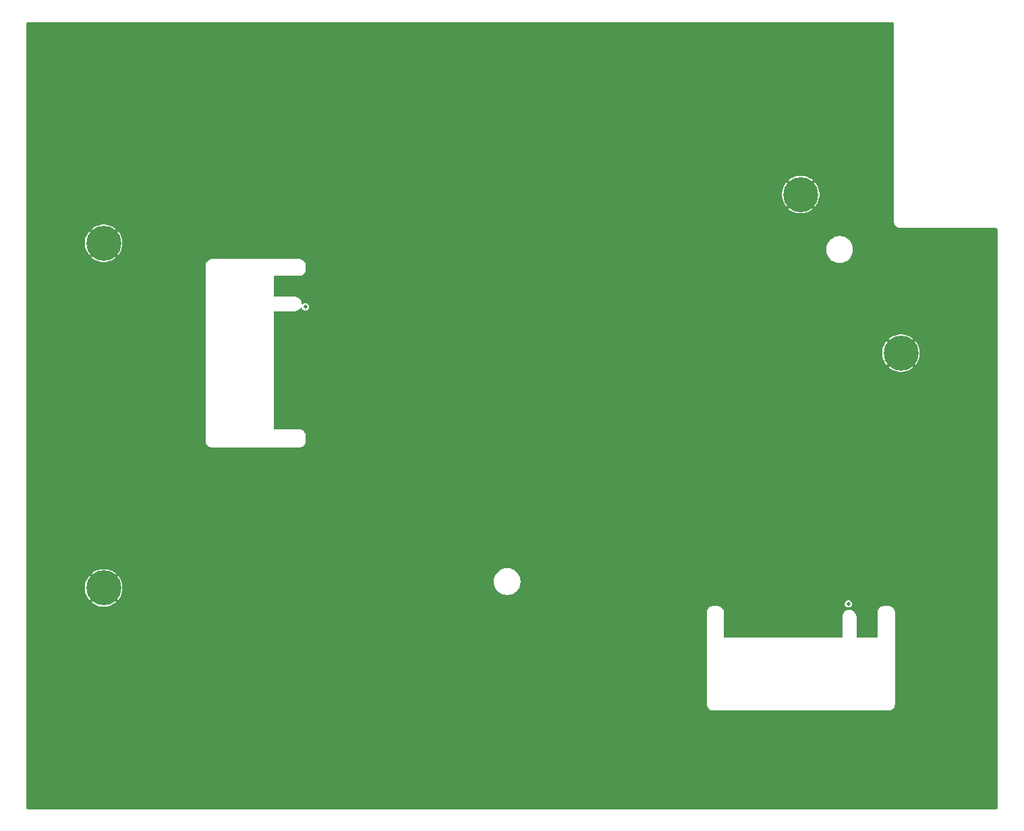
<source format=gbr>
%TF.GenerationSoftware,KiCad,Pcbnew,9.0.0*%
%TF.CreationDate,2025-04-28T14:42:44-04:00*%
%TF.ProjectId,Interposer_Board_IOCrest,496e7465-7270-46f7-9365-725f426f6172,rev?*%
%TF.SameCoordinates,Original*%
%TF.FileFunction,Copper,L3,Inr*%
%TF.FilePolarity,Positive*%
%FSLAX46Y46*%
G04 Gerber Fmt 4.6, Leading zero omitted, Abs format (unit mm)*
G04 Created by KiCad (PCBNEW 9.0.0) date 2025-04-28 14:42:44*
%MOMM*%
%LPD*%
G01*
G04 APERTURE LIST*
%TA.AperFunction,ComponentPad*%
%ADD10C,0.700000*%
%TD*%
%TA.AperFunction,ComponentPad*%
%ADD11C,4.400000*%
%TD*%
%TA.AperFunction,ViaPad*%
%ADD12C,0.508000*%
%TD*%
G04 APERTURE END LIST*
D10*
%TO.N,GND*%
%TO.C,H2*%
X165601100Y-42353600D03*
X166084374Y-41186874D03*
X166084374Y-43520326D03*
X167251100Y-40703600D03*
D11*
X167251100Y-42353600D03*
D10*
X167251100Y-44003600D03*
X168417826Y-41186874D03*
X168417826Y-43520326D03*
X168901100Y-42353600D03*
%TD*%
%TO.N,GND*%
%TO.C,H4*%
X78126100Y-91778600D03*
X78609374Y-90611874D03*
X78609374Y-92945326D03*
X79776100Y-90128600D03*
D11*
X79776100Y-91778600D03*
D10*
X79776100Y-93428600D03*
X80942826Y-90611874D03*
X80942826Y-92945326D03*
X81426100Y-91778600D03*
%TD*%
%TO.N,GND*%
%TO.C,H1*%
X178196100Y-62278600D03*
X178679374Y-61111874D03*
X178679374Y-63445326D03*
X179846100Y-60628600D03*
D11*
X179846100Y-62278600D03*
D10*
X179846100Y-63928600D03*
X181012826Y-61111874D03*
X181012826Y-63445326D03*
X181496100Y-62278600D03*
%TD*%
%TO.N,GND*%
%TO.C,H3*%
X78126100Y-48478600D03*
X78609374Y-47311874D03*
X78609374Y-49645326D03*
X79776100Y-46828600D03*
D11*
X79776100Y-48478600D03*
D10*
X79776100Y-50128600D03*
X80942826Y-47311874D03*
X80942826Y-49645326D03*
X81426100Y-48478600D03*
%TD*%
D12*
%TO.N,GND*%
X105776100Y-41878600D03*
X85776100Y-22128600D03*
X155776100Y-51878600D03*
X112026100Y-22128600D03*
X169246100Y-89668600D03*
X165776100Y-76878600D03*
X95776100Y-46878600D03*
X179526100Y-118878600D03*
X165776100Y-51878600D03*
X138280100Y-73502600D03*
X148066100Y-68428600D03*
X123191100Y-64983600D03*
X170966100Y-87088600D03*
X70776100Y-26378600D03*
X103276100Y-49378600D03*
X155296100Y-73518600D03*
X164628100Y-89240600D03*
X189361886Y-46964386D03*
X150776100Y-51878600D03*
X108276100Y-49378600D03*
X128276100Y-84378600D03*
X111191100Y-64983600D03*
X129191100Y-58983600D03*
X123276100Y-118878600D03*
X106641100Y-58983600D03*
X85776100Y-81878600D03*
X93276100Y-114378600D03*
X159138100Y-81620600D03*
X162776100Y-21378600D03*
X104526100Y-118878600D03*
X70776100Y-32378600D03*
X173276100Y-84378600D03*
X109191100Y-70983600D03*
X83276100Y-114378600D03*
X106641100Y-63483600D03*
X103276100Y-89378600D03*
X115776100Y-101878600D03*
X73276100Y-109378600D03*
X165194100Y-83416600D03*
X90776100Y-96878600D03*
X188276100Y-79378600D03*
X153276100Y-39378600D03*
X80776100Y-106878600D03*
X149756100Y-65878600D03*
X143276100Y-109378600D03*
X168276100Y-114378600D03*
X103276100Y-84378600D03*
X100776100Y-101878600D03*
X180776100Y-66878600D03*
X117191100Y-66483600D03*
X156310100Y-78792600D03*
X117191100Y-70983600D03*
X146974100Y-80076600D03*
X98276100Y-114378600D03*
X113191100Y-61983600D03*
X70776100Y-46378600D03*
X111191100Y-61983600D03*
X188276100Y-69378600D03*
X166526100Y-21378600D03*
X152956100Y-81798600D03*
X88276100Y-109378600D03*
X178276100Y-59378600D03*
X125191100Y-63483600D03*
X73276100Y-104378600D03*
X103276100Y-44378600D03*
X88276100Y-54378600D03*
X151526100Y-21378600D03*
X119191100Y-58983600D03*
X135191100Y-61983600D03*
X103276100Y-79378600D03*
X149640100Y-67862600D03*
X190776100Y-116378600D03*
X103276100Y-114378600D03*
X87776100Y-21378600D03*
X121191100Y-67983600D03*
X83276100Y-74378600D03*
X147084100Y-78046600D03*
X95276100Y-118128600D03*
X70776100Y-66378600D03*
X115776100Y-96878600D03*
X95776100Y-81878600D03*
X135776100Y-41878600D03*
X180776100Y-116378600D03*
X90776100Y-51878600D03*
X110776100Y-86878600D03*
X163276100Y-69378600D03*
X110776100Y-41878600D03*
X104091100Y-67983600D03*
X125191100Y-69483600D03*
X187361885Y-46964386D03*
X155776100Y-31878600D03*
X163896100Y-80018600D03*
X157418100Y-84140600D03*
X123191100Y-67983600D03*
X190776100Y-74378600D03*
X125776100Y-76878600D03*
X148276100Y-44378600D03*
X175776100Y-86878600D03*
X139191100Y-61983600D03*
X145514100Y-61636600D03*
X142522100Y-77744600D03*
X110776100Y-101878600D03*
X153276100Y-99378600D03*
X123276100Y-39378600D03*
X85776100Y-61878600D03*
X115776100Y-111878600D03*
X119191100Y-57483600D03*
X190776100Y-104378600D03*
X140776100Y-41878600D03*
X70776100Y-54378600D03*
X151542100Y-80384600D03*
X125776100Y-116378600D03*
X95776100Y-106878600D03*
X133276100Y-74378600D03*
X73276100Y-69378600D03*
X139036100Y-65758600D03*
X103276100Y-39378600D03*
X144998100Y-67480600D03*
X160026100Y-88868600D03*
X143276100Y-94378600D03*
X141644100Y-70486600D03*
X130776100Y-86878600D03*
X88276100Y-99378600D03*
X153276100Y-24378600D03*
X113276100Y-54378600D03*
X139191100Y-57483600D03*
X139694100Y-74916600D03*
X170276100Y-118128600D03*
X119526100Y-22128600D03*
X160776100Y-46878600D03*
X151326100Y-82288600D03*
X158276100Y-114378600D03*
X70776100Y-106378600D03*
X118276100Y-44378600D03*
X129191100Y-61983600D03*
X159810100Y-90772600D03*
X148276100Y-104378600D03*
X88276100Y-94378600D03*
X95776100Y-111878600D03*
X142732100Y-75834600D03*
X133276100Y-34378600D03*
X109191100Y-64983600D03*
X175776100Y-76878600D03*
X113276100Y-49378600D03*
X106641100Y-70983600D03*
X188276100Y-114378600D03*
X133191100Y-60483600D03*
X70776100Y-48378600D03*
X150488100Y-75100600D03*
X80776100Y-86878600D03*
X70776100Y-72378600D03*
X185776100Y-86878600D03*
X169246100Y-93428600D03*
X145350100Y-80572600D03*
X70776100Y-30378600D03*
X113191100Y-67983600D03*
X129191100Y-70983600D03*
X138276100Y-22128600D03*
X117191100Y-69483600D03*
X70776100Y-98378600D03*
X113276100Y-79378600D03*
X145776100Y-86878600D03*
X138276100Y-54378600D03*
X144026100Y-118128600D03*
X145776100Y-96878600D03*
X129191100Y-67983600D03*
X70776100Y-78378600D03*
X72526100Y-21378600D03*
X158276100Y-49378600D03*
X190776100Y-58378600D03*
X93276100Y-94378600D03*
X183276100Y-84378600D03*
X150776100Y-116378600D03*
X154044100Y-87146600D03*
X168276100Y-24378600D03*
X120776100Y-46878600D03*
X106641100Y-60483600D03*
X74526100Y-118878600D03*
X85776100Y-66878600D03*
X70776100Y-34378600D03*
X111191100Y-66483600D03*
X165776100Y-66878600D03*
X153882100Y-72104600D03*
X104091100Y-64983600D03*
X133276100Y-84378600D03*
X85776100Y-96878600D03*
X138276100Y-118878600D03*
X123276100Y-104378600D03*
X157724100Y-80206600D03*
X178276100Y-41378600D03*
X118276100Y-114378600D03*
X145776100Y-91878600D03*
X138276100Y-29378600D03*
X190776100Y-100378600D03*
X159378100Y-79740600D03*
X129191100Y-66483600D03*
X145398100Y-63620600D03*
X109191100Y-61983600D03*
X145776100Y-56878600D03*
X140776100Y-101878600D03*
X153316100Y-77928600D03*
X143276100Y-29378600D03*
X133276100Y-104378600D03*
X115776100Y-91878600D03*
X147826100Y-70308600D03*
X163276100Y-29378600D03*
X150776100Y-46878600D03*
X180776100Y-56878600D03*
X78276100Y-84378600D03*
X155276100Y-21378600D03*
X148276100Y-114378600D03*
X168276100Y-74378600D03*
X109191100Y-58983600D03*
X137186100Y-68148600D03*
X75776100Y-91878600D03*
X110776100Y-116378600D03*
X83276100Y-79378600D03*
X135191100Y-66483600D03*
X168276100Y-59378600D03*
X118276100Y-84378600D03*
X111191100Y-63483600D03*
X100776100Y-106878600D03*
X183276100Y-118878600D03*
X159026100Y-21378600D03*
X188276100Y-109378600D03*
X153276100Y-29378600D03*
X117191100Y-67983600D03*
X168276100Y-22128600D03*
X108276100Y-79378600D03*
X163276100Y-39378600D03*
X162366100Y-80588600D03*
X115191100Y-61983600D03*
X151006100Y-86228600D03*
X104091100Y-61983600D03*
X113191100Y-64983600D03*
X190776100Y-60378600D03*
X83276100Y-64378600D03*
X113276100Y-99378600D03*
X154730100Y-79342600D03*
X138276100Y-84378600D03*
X133191100Y-67983600D03*
X145886100Y-74728600D03*
X85776100Y-91878600D03*
X173276100Y-74378600D03*
X84026100Y-118128600D03*
X153834100Y-89056600D03*
X108276100Y-99378600D03*
X160776100Y-118878600D03*
X88276100Y-74378600D03*
X160776100Y-71878600D03*
X188276100Y-49378600D03*
X178276100Y-49378600D03*
X70776100Y-44378600D03*
X127191100Y-61983600D03*
X104091100Y-58983600D03*
X163276100Y-34378600D03*
X100776100Y-118878600D03*
X83276100Y-104378600D03*
X185776100Y-51878600D03*
X144472100Y-73314600D03*
X151054100Y-69276600D03*
X159026100Y-118128600D03*
X140776100Y-86878600D03*
X80776100Y-96878600D03*
X131191100Y-70983600D03*
X93276100Y-24378600D03*
X183276100Y-64378600D03*
X144692100Y-71414600D03*
X127191100Y-70983600D03*
X98276100Y-49378600D03*
X166246100Y-94728600D03*
X160776100Y-22128600D03*
X90776100Y-56878600D03*
X158612100Y-87454600D03*
X130776100Y-81878600D03*
X88276100Y-114378600D03*
X113276100Y-39378600D03*
X113191100Y-70983600D03*
X118276100Y-74378600D03*
X146928100Y-63050600D03*
X118276100Y-89378600D03*
X73276100Y-44378600D03*
X190776100Y-54378600D03*
X125191100Y-60483600D03*
X150348100Y-77070600D03*
X73276100Y-89378600D03*
X190776100Y-86378600D03*
X143276100Y-54378600D03*
X139191100Y-58983600D03*
X113276100Y-94378600D03*
X140776100Y-106878600D03*
X190776100Y-114378600D03*
X129191100Y-63483600D03*
X120776100Y-86878600D03*
X100776100Y-76878600D03*
X138276100Y-99378600D03*
X190776100Y-88378600D03*
X99026100Y-118128600D03*
X157198100Y-86040600D03*
X128276100Y-39378600D03*
X80776100Y-76878600D03*
X145776100Y-41878600D03*
X140996100Y-61358600D03*
X113276100Y-74378600D03*
X155776100Y-46878600D03*
X99026100Y-21378600D03*
X158746100Y-94728600D03*
X115191100Y-58983600D03*
X98276100Y-89378600D03*
X190776100Y-66378600D03*
X175776100Y-81878600D03*
X180776100Y-71878600D03*
X90776100Y-101878600D03*
X156710100Y-74932600D03*
X155776100Y-61878600D03*
X108276100Y-74378600D03*
X76526100Y-118128600D03*
X165776100Y-31878600D03*
X119526100Y-118878600D03*
X158276100Y-59378600D03*
X109191100Y-57483600D03*
X150776100Y-101878600D03*
X149074100Y-73686600D03*
X149912100Y-80874600D03*
X158276100Y-64378600D03*
X75776100Y-71878600D03*
X174026100Y-118128600D03*
X141864100Y-68586600D03*
X103276100Y-24378600D03*
X170776100Y-36878600D03*
X189026100Y-118128600D03*
X161440100Y-90282600D03*
X70776100Y-116378600D03*
X123276100Y-34378600D03*
X185776100Y-111878600D03*
X157026100Y-118878600D03*
X100776100Y-91878600D03*
X173276100Y-34378600D03*
X161756100Y-93428600D03*
X70776100Y-56378600D03*
X133276100Y-79378600D03*
X110776100Y-106878600D03*
X188276100Y-74378600D03*
X154370100Y-83212600D03*
X113276100Y-44378600D03*
X70776100Y-92378600D03*
X98276100Y-44378600D03*
X138816100Y-67658600D03*
X110776100Y-51878600D03*
X108276100Y-94378600D03*
X93276100Y-79378600D03*
X70776100Y-114378600D03*
X106641100Y-67983600D03*
X188276100Y-89378600D03*
X108276100Y-109378600D03*
X142026100Y-22128600D03*
X156982100Y-87944600D03*
X163276100Y-74378600D03*
X146812100Y-65034600D03*
X190776100Y-80378600D03*
X153276100Y-94378600D03*
X108276100Y-89378600D03*
X135191100Y-67983600D03*
X180776100Y-81878600D03*
X135776100Y-86878600D03*
X125191100Y-66483600D03*
X93276100Y-74428600D03*
X178276100Y-54378600D03*
X149526100Y-118878600D03*
X170776100Y-111878600D03*
X113191100Y-69483600D03*
X148276100Y-89378600D03*
X143058100Y-71900600D03*
X162482100Y-78604600D03*
X144026100Y-21378600D03*
X103276100Y-99378600D03*
X149480100Y-69842600D03*
X73276100Y-64378600D03*
X127191100Y-64983600D03*
X160776100Y-116378600D03*
X102776100Y-118128600D03*
X141108100Y-76330600D03*
X170756100Y-91158601D03*
X188276100Y-84378600D03*
X83276100Y-84378600D03*
X178276100Y-45378600D03*
X123191100Y-66483600D03*
X140776100Y-96878600D03*
X141428100Y-72390600D03*
X118276100Y-39378600D03*
X70776100Y-110378600D03*
X150776100Y-91878600D03*
X83276100Y-24378600D03*
X175776100Y-31878600D03*
X178276100Y-74378600D03*
X106641100Y-66483600D03*
X173276100Y-24378600D03*
X125191100Y-58983600D03*
X78276100Y-22128600D03*
X76526100Y-21378600D03*
X85776100Y-101878600D03*
X138276100Y-114378600D03*
X175776100Y-22128600D03*
X164746100Y-93198600D03*
X185776100Y-71878600D03*
X156144100Y-80756600D03*
X158286100Y-91388600D03*
X178276100Y-89378600D03*
X158276100Y-44378600D03*
X158124100Y-76346600D03*
X100776100Y-116378600D03*
X148498100Y-79460600D03*
X190776100Y-90378600D03*
X144256100Y-75218600D03*
X170776100Y-41878600D03*
X190776100Y-64378600D03*
X123276100Y-84378600D03*
X145776100Y-118878600D03*
X73276100Y-94378600D03*
X125776100Y-96878600D03*
X70776100Y-74378600D03*
X168276100Y-29378600D03*
X147660100Y-72272600D03*
X166608100Y-84830600D03*
X146652100Y-67014600D03*
X168276100Y-34378600D03*
X168276100Y-79378600D03*
X120776100Y-41878600D03*
X93276100Y-22128600D03*
X170776100Y-56878600D03*
X158832100Y-85554600D03*
X157558100Y-82170600D03*
X130776100Y-51878600D03*
X105776100Y-86878600D03*
X158276100Y-34378600D03*
X141156100Y-59378600D03*
X115191100Y-57483600D03*
X119191100Y-69483600D03*
X160246100Y-94728600D03*
X95776100Y-86878600D03*
X129191100Y-57483600D03*
X127191100Y-67983600D03*
X141318100Y-74420600D03*
X133191100Y-69483600D03*
X185776100Y-56878600D03*
X83276100Y-69378600D03*
X160552100Y-83034600D03*
X110776100Y-96878600D03*
X148714100Y-77556600D03*
X157026100Y-22128600D03*
X180776100Y-96878600D03*
X128276100Y-49378600D03*
X115191100Y-67983600D03*
X155776100Y-66878600D03*
X131191100Y-58983600D03*
X70776100Y-104378600D03*
X187026100Y-118878600D03*
X90776100Y-46878600D03*
X149802100Y-82904600D03*
X140776100Y-81878600D03*
X153276100Y-49378600D03*
X158276100Y-39378600D03*
X160776100Y-41878600D03*
X142170100Y-64652600D03*
X90776100Y-91878600D03*
X148276100Y-29378600D03*
X109191100Y-66483600D03*
X70776100Y-70378600D03*
X190776100Y-112378600D03*
X143984100Y-62206600D03*
X125776100Y-106878600D03*
X113191100Y-63483600D03*
X135776100Y-91878600D03*
X110776100Y-91878600D03*
X73276100Y-99378600D03*
X78276100Y-24378600D03*
X161966100Y-84448600D03*
X143276100Y-39378600D03*
X136526100Y-118128600D03*
X70776100Y-100378600D03*
X117191100Y-60483600D03*
X135191100Y-63483600D03*
X70776100Y-84378600D03*
X148276100Y-99378600D03*
X170276100Y-21378600D03*
X90776100Y-66878600D03*
X170776100Y-71878600D03*
X75776100Y-101878600D03*
X133276100Y-109378600D03*
X73276100Y-74378600D03*
X70776100Y-102378600D03*
X185361886Y-46964386D03*
X166448100Y-86810600D03*
X123276100Y-79378600D03*
X133276100Y-99378600D03*
X143584100Y-66066600D03*
X168022100Y-86244600D03*
X161660100Y-88382600D03*
X123191100Y-58983600D03*
X146246100Y-70858600D03*
X180776100Y-51878600D03*
X133276100Y-54378600D03*
X183276100Y-99378600D03*
X127191100Y-60483600D03*
X110776100Y-111878600D03*
X160792100Y-81154600D03*
X143278100Y-70000600D03*
X170756100Y-93158602D03*
X125776100Y-81878600D03*
X118276100Y-99378600D03*
X70776100Y-88378600D03*
X109191100Y-60483600D03*
X78276100Y-64378600D03*
X98276100Y-104378600D03*
X150776100Y-56878600D03*
X110276100Y-21378600D03*
X148276100Y-39378600D03*
X175776100Y-41878600D03*
X169246100Y-91668601D03*
X131191100Y-66483600D03*
X120776100Y-81878600D03*
X175776100Y-111878600D03*
X163276100Y-109378600D03*
X85776100Y-111878600D03*
X70776100Y-36378600D03*
X93276100Y-89378600D03*
X160776100Y-61878600D03*
X70776100Y-68378600D03*
X123276100Y-54378600D03*
X158396100Y-89358600D03*
X190776100Y-50378600D03*
X133191100Y-63483600D03*
X115776100Y-41878600D03*
X140230100Y-69072600D03*
X118276100Y-49378600D03*
X153276100Y-59378600D03*
X123191100Y-70983600D03*
X127191100Y-69483600D03*
X70776100Y-86378600D03*
X93276100Y-99378600D03*
X75776100Y-111878600D03*
X142004100Y-66616600D03*
X148388100Y-81490600D03*
X74526100Y-22128600D03*
X111191100Y-57483600D03*
X152740100Y-83702600D03*
X170776100Y-66878600D03*
X82026100Y-22128600D03*
X185776100Y-91878600D03*
X144832100Y-69444600D03*
X172246100Y-88628600D03*
X163074100Y-89796600D03*
X148276100Y-94378600D03*
X190776100Y-106378600D03*
X80776100Y-116378600D03*
X150776100Y-106878600D03*
X145776100Y-111878600D03*
X133276100Y-29378600D03*
X121191100Y-70983600D03*
X90776100Y-76878600D03*
X166526100Y-118128600D03*
X98276100Y-24378600D03*
X135191100Y-58983600D03*
X70776100Y-96378600D03*
X110776100Y-81878600D03*
X119191100Y-67983600D03*
X175776100Y-116378600D03*
X162206100Y-82568600D03*
X185776100Y-81878600D03*
X131191100Y-63483600D03*
X139191100Y-60483600D03*
X178276100Y-23378600D03*
X88276100Y-64378600D03*
X138276100Y-104378600D03*
X173276100Y-114378600D03*
X158276100Y-29378600D03*
X125776100Y-51878600D03*
X151170100Y-67292600D03*
X130776100Y-116378600D03*
X168276100Y-118878600D03*
X151902100Y-76514600D03*
X162854100Y-91696600D03*
X138276100Y-44378600D03*
X158076100Y-93298600D03*
X70776100Y-94378600D03*
X70776100Y-80378600D03*
X137191100Y-60483600D03*
X170776100Y-51878600D03*
X70776100Y-42378600D03*
X135776100Y-101878600D03*
X154590100Y-81312600D03*
X135776100Y-96878600D03*
X180776100Y-106878600D03*
X175776100Y-118878600D03*
X150128100Y-78970600D03*
X111191100Y-58983600D03*
X150894100Y-71256600D03*
X185776100Y-76878600D03*
X138276100Y-24378600D03*
X112026100Y-118878600D03*
X142842100Y-73804600D03*
X190776100Y-62378600D03*
X165776100Y-116378600D03*
X73276100Y-79378600D03*
X100776100Y-41878600D03*
X78276100Y-74378600D03*
X80276100Y-118128600D03*
X185776100Y-101878600D03*
X128276100Y-99378600D03*
X128276100Y-114378600D03*
X168276100Y-54378600D03*
X117776100Y-118128600D03*
X85776100Y-116378600D03*
X183361885Y-46964386D03*
X156550100Y-76912600D03*
X120776100Y-91878600D03*
X143824100Y-64186600D03*
X91526100Y-21378600D03*
X80276100Y-21378600D03*
X138276100Y-109378600D03*
X164746100Y-94728600D03*
X83276100Y-109378600D03*
X143276100Y-89378600D03*
X106526100Y-118128600D03*
X113276100Y-114378600D03*
X153722100Y-74084600D03*
X120776100Y-116378600D03*
X140276100Y-21378600D03*
X190776100Y-108378600D03*
X117191100Y-57483600D03*
X98276100Y-94378600D03*
X125276100Y-21378600D03*
X91526100Y-118128600D03*
X75776100Y-61878600D03*
X188276100Y-59378600D03*
X160246100Y-86968600D03*
X70776100Y-28378600D03*
X158276100Y-24378600D03*
X178276100Y-39378600D03*
X173276100Y-44378600D03*
X115776100Y-51878600D03*
X140450100Y-67172600D03*
X120776100Y-96878600D03*
X115776100Y-81878600D03*
X93276100Y-44378600D03*
X175776100Y-51878600D03*
X75776100Y-96878600D03*
X121191100Y-64983600D03*
X100776100Y-86878600D03*
X178276100Y-27378600D03*
X85776100Y-56878600D03*
X133276100Y-89378600D03*
X88276100Y-79378600D03*
X78276100Y-79378600D03*
X83276100Y-94378600D03*
X150654100Y-73136600D03*
X179361885Y-46964386D03*
X163620100Y-83982600D03*
X165776100Y-61878600D03*
X121191100Y-60483600D03*
X165776100Y-111878600D03*
X148276100Y-109378600D03*
X123276100Y-99378600D03*
X111191100Y-69483600D03*
X90776100Y-81878600D03*
X125776100Y-111878600D03*
X153276100Y-44378600D03*
X75776100Y-66878600D03*
X111191100Y-67983600D03*
X147300100Y-76142600D03*
X136866100Y-72088600D03*
X118276100Y-94378600D03*
X113191100Y-58983600D03*
X190776100Y-84378600D03*
X102776100Y-21378600D03*
X149592100Y-84814600D03*
X175776100Y-26878600D03*
X103276100Y-109378600D03*
X175776100Y-36878600D03*
X156872100Y-89974600D03*
X190776100Y-82378600D03*
X85776100Y-118878600D03*
X181526100Y-118128600D03*
X83276100Y-44378600D03*
X138276100Y-34378600D03*
X123276100Y-22128600D03*
X185776100Y-96878600D03*
X70776100Y-38378600D03*
X114026100Y-21378600D03*
X78276100Y-114378600D03*
X73276100Y-39378600D03*
X153276100Y-109378600D03*
X115776100Y-22128600D03*
X93276100Y-109378600D03*
X168276100Y-49378600D03*
X133276100Y-49378600D03*
X190776100Y-70378600D03*
X165034100Y-85396600D03*
X140276100Y-118128600D03*
X133276100Y-114378600D03*
X161800100Y-86412600D03*
X166246100Y-92648600D03*
X166208100Y-88690600D03*
X138276100Y-39378600D03*
X152420100Y-87642600D03*
X143276100Y-99378600D03*
X150776100Y-96878600D03*
X73276100Y-59378600D03*
X155776100Y-41878600D03*
X98276100Y-99378600D03*
X145776100Y-22128600D03*
X90776100Y-41878600D03*
X172246100Y-92628602D03*
X190776100Y-102378600D03*
X135191100Y-60483600D03*
X119191100Y-66483600D03*
X173276100Y-109378600D03*
X163276100Y-44378600D03*
X114026100Y-118128600D03*
X133276100Y-24378600D03*
X160776100Y-56878600D03*
X115191100Y-69483600D03*
X178276100Y-79378600D03*
X190776100Y-94378600D03*
X155276100Y-118128600D03*
X168276100Y-64378600D03*
X145670100Y-76632600D03*
X105776100Y-96878600D03*
X133191100Y-64983600D03*
X70776100Y-58378600D03*
X143276100Y-34378600D03*
X135191100Y-64983600D03*
X163276100Y-49378600D03*
X140590100Y-65202600D03*
X163246100Y-94728600D03*
X137191100Y-58983600D03*
X105776100Y-76878600D03*
X143276100Y-49378600D03*
X190776100Y-48378600D03*
X133191100Y-66483600D03*
X104091100Y-70983600D03*
X134526100Y-22128600D03*
X170776100Y-46878600D03*
X150776100Y-41878600D03*
X169246100Y-94728600D03*
X118276100Y-79378600D03*
X118276100Y-109378600D03*
X161224100Y-92186600D03*
X128276100Y-54378600D03*
X150776100Y-31878600D03*
X190776100Y-72378600D03*
X140776100Y-46878600D03*
X145560100Y-78662600D03*
X167862100Y-88224600D03*
X143276100Y-44378600D03*
X162776100Y-118128600D03*
X125191100Y-57483600D03*
X168138100Y-84260600D03*
X133276100Y-39378600D03*
X133191100Y-58983600D03*
X131191100Y-64983600D03*
X159700100Y-92802600D03*
X185776100Y-66878600D03*
X115191100Y-63483600D03*
X115776100Y-76878600D03*
X178276100Y-37378600D03*
X148276100Y-34378600D03*
X137191100Y-66483600D03*
X83276100Y-49378600D03*
X148178100Y-83400600D03*
X163276100Y-24378600D03*
X75776100Y-81878600D03*
X157964100Y-78326600D03*
X90776100Y-111878600D03*
X148934100Y-75656600D03*
X115776100Y-46878600D03*
X190776100Y-96378600D03*
X133191100Y-70983600D03*
X80776100Y-71878600D03*
X104091100Y-66483600D03*
X146106100Y-72828600D03*
X98276100Y-109378600D03*
X137191100Y-63483600D03*
X80776100Y-111878600D03*
X158972100Y-83584600D03*
X160776100Y-66878600D03*
X70776100Y-64378600D03*
X170776100Y-61878600D03*
X85776100Y-51878600D03*
X135776100Y-76878600D03*
X130776100Y-111878600D03*
X98276100Y-84378600D03*
X117191100Y-61983600D03*
X90776100Y-106878600D03*
X75776100Y-86878600D03*
X105776100Y-51878600D03*
X154154100Y-85116600D03*
X125191100Y-70983600D03*
X117191100Y-63483600D03*
X143276100Y-104378600D03*
X155412100Y-71534600D03*
X190776100Y-68378600D03*
X78276100Y-109378600D03*
X170776100Y-31878600D03*
X121191100Y-57483600D03*
X113276100Y-84378600D03*
X128276100Y-89378600D03*
X144146100Y-77248600D03*
X170776100Y-116378600D03*
X117776100Y-21378600D03*
X85776100Y-106878600D03*
X119191100Y-60483600D03*
X149526100Y-22128600D03*
X151216100Y-84318600D03*
X148276100Y-24378600D03*
X142570100Y-60792600D03*
X118276100Y-104378600D03*
X83276100Y-99378600D03*
X90776100Y-86878600D03*
X118276100Y-54378600D03*
X123276100Y-49378600D03*
X147776100Y-21378600D03*
X103276100Y-104378600D03*
X158276100Y-54378600D03*
X136526100Y-21378600D03*
X113276100Y-89378600D03*
X104091100Y-60483600D03*
X178276100Y-35378600D03*
X111191100Y-70983600D03*
X95776100Y-116378600D03*
X135776100Y-116378600D03*
X128276100Y-44378600D03*
X88276100Y-59378600D03*
X127026100Y-118878600D03*
X121191100Y-66483600D03*
X178276100Y-109378600D03*
X139176100Y-63788600D03*
X125776100Y-91878600D03*
X140776100Y-91878600D03*
X134526100Y-118878600D03*
X103276100Y-94378600D03*
X180776100Y-91878600D03*
X183276100Y-59378600D03*
X139904100Y-73006600D03*
X174026100Y-21378600D03*
X121191100Y-63483600D03*
X180776100Y-111878600D03*
X153276100Y-54378600D03*
X78276100Y-104378600D03*
X151526100Y-118128600D03*
X127191100Y-66483600D03*
X178276100Y-25378600D03*
X90776100Y-71878600D03*
X170756100Y-89158600D03*
X170776100Y-76878600D03*
X173276100Y-69378600D03*
X115776100Y-86878600D03*
X133191100Y-57483600D03*
X167746100Y-93428600D03*
X70776100Y-60378600D03*
X78276100Y-69378600D03*
X142686100Y-58808600D03*
X121526100Y-21378600D03*
X93276100Y-104378600D03*
X123276100Y-44378600D03*
X168276100Y-69378600D03*
X175776100Y-46878600D03*
X178276100Y-43378600D03*
X85776100Y-86878600D03*
X108276100Y-39378600D03*
X120776100Y-51878600D03*
X108276100Y-104378600D03*
X127191100Y-58983600D03*
X185776100Y-116378600D03*
X78276100Y-59378600D03*
X73276100Y-24378600D03*
X123276100Y-74378600D03*
X160952100Y-79174600D03*
X180776100Y-86878600D03*
X83276100Y-59378600D03*
X130776100Y-41878600D03*
X170756100Y-94728600D03*
X123191100Y-69483600D03*
X97026100Y-118878600D03*
X113191100Y-57483600D03*
X130776100Y-22128600D03*
X95776100Y-41878600D03*
X108276100Y-118878600D03*
X143418100Y-68030600D03*
X135191100Y-69483600D03*
X135776100Y-46878600D03*
X163276100Y-59378600D03*
X143936100Y-79158600D03*
X129026100Y-21378600D03*
X105776100Y-81878600D03*
X113276100Y-109378600D03*
X173276100Y-59378600D03*
X130776100Y-96878600D03*
X143276100Y-114378600D03*
X129191100Y-60483600D03*
X172026100Y-22128600D03*
X88276100Y-44378600D03*
X178276100Y-31378600D03*
X115191100Y-70983600D03*
X83276100Y-89378600D03*
X105776100Y-46878600D03*
X133191100Y-61983600D03*
X110276100Y-118128600D03*
X152630100Y-85732600D03*
X123191100Y-61983600D03*
X165776100Y-26878600D03*
X183276100Y-109378600D03*
X106641100Y-61983600D03*
X73276100Y-34378600D03*
X131191100Y-61983600D03*
X183276100Y-74378600D03*
X82026100Y-118878600D03*
X131191100Y-60483600D03*
X163276100Y-54378600D03*
X145776100Y-51878600D03*
X183276100Y-89378600D03*
X183276100Y-104378600D03*
X172246100Y-94728600D03*
X135191100Y-70983600D03*
X113191100Y-66483600D03*
X147776100Y-118128600D03*
X109191100Y-63483600D03*
X80776100Y-56878600D03*
X70776100Y-52378600D03*
X123276100Y-89378600D03*
X123276100Y-109378600D03*
X165310100Y-81432600D03*
X140776100Y-111878600D03*
X88276100Y-24378600D03*
X175776100Y-91878600D03*
X105776100Y-116378600D03*
X164526100Y-118878600D03*
X130776100Y-46878600D03*
X135776100Y-51878600D03*
X158240100Y-74362600D03*
X155776100Y-111878600D03*
X121191100Y-69483600D03*
X152308100Y-72670600D03*
X183276100Y-69378600D03*
X173276100Y-39378600D03*
X80776100Y-66878600D03*
X109191100Y-69483600D03*
X121526100Y-118128600D03*
X178276100Y-69378600D03*
X173276100Y-54378600D03*
X175776100Y-66878600D03*
X98276100Y-74428600D03*
X155568100Y-86530600D03*
X166724100Y-82846600D03*
X130776100Y-118878600D03*
X177776100Y-21378600D03*
X155776100Y-116378600D03*
X113191100Y-60483600D03*
X160776100Y-51878600D03*
X141191100Y-57483600D03*
X155458100Y-88560600D03*
X140776100Y-51878600D03*
X129191100Y-69483600D03*
X158276100Y-69378600D03*
X160776100Y-111878600D03*
X95776100Y-101878600D03*
X105776100Y-111878600D03*
X85776100Y-71878600D03*
X73276100Y-114378600D03*
X140014100Y-70976600D03*
X104091100Y-69483600D03*
X140776100Y-31878600D03*
X153998100Y-70120600D03*
X119191100Y-64983600D03*
X98276100Y-79378600D03*
X88276100Y-84378600D03*
X177776100Y-118128600D03*
X98276100Y-39378600D03*
X138276100Y-49378600D03*
X183276100Y-79378600D03*
X103276100Y-74428600D03*
X104091100Y-63483600D03*
X190776100Y-56378600D03*
X93276100Y-118878600D03*
X131191100Y-57483600D03*
X170776100Y-26878600D03*
X115191100Y-60483600D03*
X135776100Y-31878600D03*
X142026100Y-118878600D03*
X78276100Y-99378600D03*
X90776100Y-116378600D03*
X125191100Y-64983600D03*
X131191100Y-67983600D03*
X100776100Y-81878600D03*
X149240100Y-71722600D03*
X128276100Y-74378600D03*
X129026100Y-118128600D03*
X104091100Y-57483600D03*
X125276100Y-118128600D03*
X115776100Y-118878600D03*
X85776100Y-76878600D03*
X127026100Y-22128600D03*
X159538100Y-77760600D03*
X167746100Y-94728600D03*
X125191100Y-67983600D03*
X70776100Y-62378600D03*
X169436100Y-87658600D03*
X125776100Y-41878600D03*
X90776100Y-61878600D03*
X163214100Y-87826600D03*
X80776100Y-81878600D03*
X161068100Y-77190600D03*
X145776100Y-31878600D03*
X163780100Y-82002600D03*
X117191100Y-58983600D03*
X137076100Y-70178600D03*
X135191100Y-57483600D03*
X130776100Y-101878600D03*
X105776100Y-101878600D03*
X123276100Y-114378600D03*
X130776100Y-106878600D03*
X138276100Y-79378600D03*
X153482100Y-75964600D03*
X106641100Y-69483600D03*
X95776100Y-76878600D03*
X113276100Y-104378600D03*
X80776100Y-61878600D03*
X120776100Y-111878600D03*
X70776100Y-118878600D03*
X118276100Y-24378600D03*
X154896100Y-77378600D03*
X150776100Y-111878600D03*
X188276100Y-99378600D03*
X153176100Y-79898600D03*
X115776100Y-116378600D03*
X95276100Y-21378600D03*
X138276100Y-89378600D03*
X178276100Y-33378600D03*
X108276100Y-22128600D03*
X190776100Y-52378600D03*
X137191100Y-57483600D03*
X128276100Y-79378600D03*
X133276100Y-44378600D03*
X120776100Y-76878600D03*
X123276100Y-94378600D03*
X138600100Y-69562600D03*
X164488100Y-91210600D03*
X123276100Y-24378600D03*
X143276100Y-84378600D03*
X88276100Y-104378600D03*
X108276100Y-44378600D03*
X85776100Y-46878600D03*
X138276100Y-94378600D03*
X155136100Y-75498600D03*
X190776100Y-118878600D03*
X100776100Y-96878600D03*
X113276100Y-24378600D03*
X185776100Y-61878600D03*
X70776100Y-22128600D03*
X137191100Y-64983600D03*
X78276100Y-44378600D03*
X164794100Y-87276600D03*
X175776100Y-56878600D03*
X135776100Y-81878600D03*
X175776100Y-71878600D03*
X115191100Y-66483600D03*
X127191100Y-57483600D03*
X128276100Y-24378600D03*
X153276100Y-34378600D03*
X123191100Y-60483600D03*
X153276100Y-64378600D03*
X185276100Y-118128600D03*
X153276100Y-114378600D03*
X73276100Y-54378600D03*
X163246100Y-93428600D03*
X168276100Y-109378600D03*
X148276100Y-49378600D03*
X100776100Y-22128600D03*
X155776100Y-56878600D03*
X85776100Y-41878600D03*
X128276100Y-104378600D03*
X188276100Y-94378600D03*
X137191100Y-61983600D03*
X146412100Y-68894600D03*
X72526100Y-118128600D03*
X185776100Y-106878600D03*
X183276100Y-114378600D03*
X153276100Y-22128600D03*
X73276100Y-49378600D03*
X163276100Y-64378600D03*
X155784100Y-84626600D03*
X128276100Y-94378600D03*
X106641100Y-57483600D03*
X110776100Y-76878600D03*
X160776100Y-31878600D03*
X178276100Y-114378600D03*
X88276100Y-69378600D03*
X190776100Y-98378600D03*
X183276100Y-94378600D03*
X130776100Y-76878600D03*
X121191100Y-58983600D03*
X165776100Y-71878600D03*
X188276100Y-64378600D03*
X172246100Y-90628601D03*
X181361886Y-46964386D03*
X80776100Y-101878600D03*
X105776100Y-106878600D03*
X159654100Y-75776600D03*
X145776100Y-106878600D03*
X135776100Y-111878600D03*
X75776100Y-76878600D03*
X172026100Y-118878600D03*
X148226100Y-66448600D03*
X115191100Y-64983600D03*
X170776100Y-81878600D03*
X108276100Y-24378600D03*
X93276100Y-49378600D03*
X166042100Y-90654600D03*
X117191100Y-64983600D03*
X163276100Y-114378600D03*
X180776100Y-101878600D03*
X108276100Y-84378600D03*
X121191100Y-61983600D03*
X75776100Y-56878600D03*
X125776100Y-46878600D03*
X153276100Y-118878600D03*
X88276100Y-49378600D03*
X70776100Y-82378600D03*
X132776100Y-118128600D03*
X160386100Y-84998600D03*
X73276100Y-29378600D03*
X80776100Y-51878600D03*
X180776100Y-76878600D03*
X142410100Y-62772600D03*
X93276100Y-84378600D03*
X105776100Y-91878600D03*
X190776100Y-76378600D03*
X163380100Y-85862600D03*
X148276100Y-59378600D03*
X160776100Y-26878600D03*
X78276100Y-54378600D03*
X127191100Y-63483600D03*
X120776100Y-101878600D03*
X156662100Y-91884600D03*
X133276100Y-94378600D03*
X148342100Y-64464600D03*
X89526100Y-22128600D03*
X128276100Y-34378600D03*
X111191100Y-60483600D03*
X190776100Y-92378600D03*
X84026100Y-21378600D03*
X108276100Y-114378600D03*
X100776100Y-111878600D03*
X106641100Y-64983600D03*
X152068100Y-74550600D03*
X145776100Y-101878600D03*
X167622100Y-90104600D03*
X109191100Y-67983600D03*
X119191100Y-70983600D03*
X151762100Y-78484600D03*
X75776100Y-46878600D03*
X125776100Y-86878600D03*
X167746100Y-92108600D03*
X183276100Y-54378600D03*
X70776100Y-112378600D03*
X150776100Y-61878600D03*
X165776100Y-56878600D03*
X161756100Y-94728600D03*
X156826100Y-72948600D03*
X178276100Y-84378600D03*
X89526100Y-118878600D03*
X145776100Y-116378600D03*
X100776100Y-46878600D03*
X153276100Y-104378600D03*
X119191100Y-61983600D03*
X175776100Y-61878600D03*
X173276100Y-29378600D03*
X95776100Y-96878600D03*
X140756100Y-63238600D03*
X190776100Y-110378600D03*
X128276100Y-109378600D03*
X148276100Y-54378600D03*
X164526100Y-22128600D03*
X188276100Y-54378600D03*
X125191100Y-61983600D03*
X93276100Y-39378600D03*
X70776100Y-40378600D03*
X108276100Y-54378600D03*
X146764100Y-81986600D03*
X123191100Y-63483600D03*
X129191100Y-64983600D03*
X70776100Y-90378600D03*
X165776100Y-46878600D03*
X173276100Y-64378600D03*
X78276100Y-118878600D03*
X106526100Y-21378600D03*
X132776100Y-21378600D03*
X95776100Y-91878600D03*
X87776100Y-118128600D03*
X115776100Y-106878600D03*
X145776100Y-46878600D03*
X144100100Y-60222600D03*
X104526100Y-22128600D03*
X120776100Y-106878600D03*
X183276100Y-49378600D03*
X75776100Y-116378600D03*
X169552100Y-85674600D03*
X190776100Y-78378600D03*
X147520100Y-74242600D03*
X70776100Y-24378600D03*
X158276100Y-109378600D03*
X110776100Y-46878600D03*
X152584100Y-68706600D03*
X119191100Y-63483600D03*
X188276100Y-104378600D03*
X75776100Y-106878600D03*
X140776100Y-116378600D03*
X135776100Y-106878600D03*
X88276100Y-89378600D03*
X123191100Y-57483600D03*
X70776100Y-108378600D03*
X70776100Y-76378600D03*
X75776100Y-51878600D03*
X125776100Y-101878600D03*
X152468100Y-70690600D03*
X70776100Y-50378600D03*
X178276100Y-29378600D03*
X73276100Y-84378600D03*
X155248100Y-90470600D03*
X143276100Y-24378600D03*
X145238100Y-65600600D03*
X138490100Y-71592600D03*
X173276100Y-79378600D03*
X156004100Y-82726600D03*
X83276100Y-54378600D03*
X97026100Y-22128600D03*
X131191100Y-69483600D03*
%TO.N,/PERST#*%
X105091100Y-56483600D03*
X173246100Y-93768600D03*
%TD*%
%TA.AperFunction,Conductor*%
%TO.N,GND*%
G36*
X178695401Y-20679101D02*
G01*
X178703505Y-20679101D01*
X178743185Y-20679101D01*
X178758922Y-20680339D01*
X178804735Y-20687596D01*
X178834667Y-20697321D01*
X178868859Y-20714742D01*
X178894324Y-20733243D01*
X178921456Y-20760375D01*
X178939957Y-20785840D01*
X178957378Y-20820032D01*
X178967103Y-20849963D01*
X178969332Y-20864034D01*
X178972890Y-20886499D01*
X178974361Y-20895782D01*
X178975600Y-20911521D01*
X178975600Y-45730997D01*
X178975599Y-45731004D01*
X178975599Y-45778598D01*
X178975600Y-45778598D01*
X178975600Y-45857440D01*
X179006363Y-46012098D01*
X179066704Y-46157774D01*
X179066705Y-46157777D01*
X179066706Y-46157778D01*
X179154311Y-46288888D01*
X179265811Y-46400388D01*
X179396921Y-46487993D01*
X179542603Y-46548337D01*
X179697258Y-46579100D01*
X179736538Y-46579100D01*
X191728505Y-46579100D01*
X191768180Y-46579100D01*
X191783916Y-46580338D01*
X191791297Y-46581506D01*
X191822013Y-46586371D01*
X191851945Y-46596097D01*
X191879166Y-46609967D01*
X191904629Y-46628467D01*
X191926232Y-46650070D01*
X191944732Y-46675533D01*
X191958601Y-46702752D01*
X191968327Y-46732686D01*
X191974361Y-46770782D01*
X191975600Y-46786520D01*
X191975600Y-119370679D01*
X191974361Y-119386414D01*
X191974361Y-119386417D01*
X191968327Y-119424513D01*
X191958601Y-119454447D01*
X191944732Y-119481666D01*
X191926232Y-119507129D01*
X191904629Y-119528732D01*
X191879166Y-119547232D01*
X191851947Y-119561101D01*
X191822013Y-119570827D01*
X191783918Y-119576861D01*
X191768180Y-119578100D01*
X70284020Y-119578100D01*
X70268282Y-119576861D01*
X70230186Y-119570827D01*
X70200252Y-119561101D01*
X70173033Y-119547232D01*
X70147570Y-119528732D01*
X70125967Y-119507129D01*
X70107467Y-119481666D01*
X70093598Y-119454447D01*
X70083871Y-119424510D01*
X70077838Y-119386414D01*
X70076600Y-119370679D01*
X70076600Y-94774758D01*
X155450599Y-94774758D01*
X155450599Y-94814038D01*
X155450600Y-106306004D01*
X155450600Y-106432440D01*
X155481363Y-106587098D01*
X155541704Y-106732774D01*
X155541705Y-106732777D01*
X155541706Y-106732778D01*
X155629311Y-106863888D01*
X155740811Y-106975388D01*
X155871921Y-107062993D01*
X156017603Y-107123337D01*
X156172258Y-107154100D01*
X156172259Y-107154100D01*
X178379941Y-107154100D01*
X178379942Y-107154100D01*
X178534597Y-107123337D01*
X178680279Y-107062993D01*
X178811389Y-106975388D01*
X178922889Y-106863888D01*
X179010494Y-106732778D01*
X179070837Y-106587096D01*
X179101600Y-106432441D01*
X179101600Y-106353598D01*
X179101600Y-106306004D01*
X179101601Y-94814038D01*
X179101600Y-94814034D01*
X179101600Y-94774758D01*
X179070837Y-94620103D01*
X179010494Y-94474421D01*
X178922889Y-94343311D01*
X178811389Y-94231811D01*
X178680279Y-94144206D01*
X178680280Y-94144206D01*
X178680278Y-94144205D01*
X178680275Y-94144204D01*
X178534599Y-94083863D01*
X178431493Y-94063354D01*
X178379942Y-94053100D01*
X178340662Y-94053100D01*
X178090662Y-94053100D01*
X177748695Y-94053100D01*
X177701100Y-94053100D01*
X177622258Y-94053100D01*
X177583594Y-94060790D01*
X177467600Y-94083863D01*
X177321924Y-94144204D01*
X177321921Y-94144205D01*
X177190809Y-94231812D01*
X177079312Y-94343309D01*
X176991705Y-94474421D01*
X176991704Y-94474424D01*
X176931363Y-94620100D01*
X176900600Y-94774758D01*
X176900600Y-97952500D01*
X176881387Y-98011631D01*
X176831087Y-98048176D01*
X176800000Y-98053100D01*
X174377200Y-98053100D01*
X174318069Y-98033887D01*
X174281524Y-97983587D01*
X174276600Y-97952500D01*
X174276600Y-95364909D01*
X174275832Y-95361049D01*
X174241994Y-95190934D01*
X174174113Y-95027053D01*
X174075564Y-94879565D01*
X173950135Y-94754136D01*
X173950133Y-94754134D01*
X173857442Y-94692200D01*
X173802647Y-94655587D01*
X173802644Y-94655585D01*
X173802643Y-94655585D01*
X173638768Y-94587706D01*
X173522782Y-94564635D01*
X173464791Y-94553100D01*
X173423695Y-94553100D01*
X173376100Y-94553100D01*
X173287409Y-94553100D01*
X173243915Y-94561751D01*
X173113431Y-94587706D01*
X172949556Y-94655585D01*
X172802066Y-94754134D01*
X172802065Y-94754136D01*
X172676636Y-94879565D01*
X172676634Y-94879566D01*
X172578085Y-95027056D01*
X172510206Y-95190931D01*
X172475600Y-95364909D01*
X172475600Y-97952500D01*
X172456387Y-98011631D01*
X172406087Y-98048176D01*
X172375000Y-98053100D01*
X157702200Y-98053100D01*
X157643069Y-98033887D01*
X157606524Y-97983587D01*
X157601600Y-97952500D01*
X157601600Y-94774758D01*
X157597498Y-94754134D01*
X157570837Y-94620103D01*
X157510494Y-94474421D01*
X157422889Y-94343311D01*
X157311389Y-94231811D01*
X157180279Y-94144206D01*
X157180280Y-94144206D01*
X157180278Y-94144205D01*
X157180275Y-94144204D01*
X157034599Y-94083863D01*
X156931493Y-94063354D01*
X156879942Y-94053100D01*
X156879941Y-94053100D01*
X156292771Y-94053100D01*
X156292768Y-94053099D01*
X156251100Y-94053099D01*
X156172258Y-94053099D01*
X156133594Y-94060789D01*
X156017600Y-94083862D01*
X155871924Y-94144203D01*
X155871921Y-94144204D01*
X155740809Y-94231811D01*
X155629311Y-94343309D01*
X155541704Y-94474421D01*
X155541703Y-94474424D01*
X155481362Y-94620100D01*
X155450599Y-94774758D01*
X70076600Y-94774758D01*
X70076600Y-91624414D01*
X77423700Y-91624414D01*
X77423700Y-91932785D01*
X77463950Y-92238513D01*
X77463953Y-92238527D01*
X77543761Y-92536377D01*
X77543762Y-92536379D01*
X77661769Y-92821271D01*
X77815951Y-93088323D01*
X77990896Y-93316315D01*
X78884442Y-92422769D01*
X78937067Y-92495202D01*
X79059498Y-92617633D01*
X79131929Y-92670256D01*
X78238383Y-93563802D01*
X78466376Y-93738748D01*
X78733428Y-93892930D01*
X79018320Y-94010937D01*
X79018322Y-94010938D01*
X79316172Y-94090746D01*
X79316186Y-94090749D01*
X79621915Y-94131000D01*
X79930285Y-94131000D01*
X80236013Y-94090749D01*
X80236027Y-94090746D01*
X80533877Y-94010938D01*
X80533879Y-94010937D01*
X80818771Y-93892930D01*
X81085823Y-93738748D01*
X81124580Y-93709009D01*
X172793500Y-93709009D01*
X172793500Y-93828190D01*
X172824342Y-93943293D01*
X172824344Y-93943298D01*
X172883930Y-94046503D01*
X172968196Y-94130769D01*
X172968195Y-94130769D01*
X172991464Y-94144203D01*
X173071403Y-94190356D01*
X173071404Y-94190356D01*
X173071406Y-94190357D01*
X173186509Y-94221199D01*
X173186511Y-94221199D01*
X173186514Y-94221200D01*
X173186516Y-94221200D01*
X173305684Y-94221200D01*
X173305686Y-94221200D01*
X173420797Y-94190356D01*
X173524003Y-94130770D01*
X173608270Y-94046503D01*
X173667856Y-93943297D01*
X173698700Y-93828186D01*
X173698700Y-93709014D01*
X173667856Y-93593903D01*
X173608270Y-93490697D01*
X173524003Y-93406430D01*
X173524004Y-93406430D01*
X173420798Y-93346844D01*
X173420793Y-93346842D01*
X173305690Y-93316000D01*
X173305686Y-93316000D01*
X173186514Y-93316000D01*
X173186509Y-93316000D01*
X173071406Y-93346842D01*
X173071401Y-93346844D01*
X172968196Y-93406430D01*
X172883930Y-93490696D01*
X172824344Y-93593901D01*
X172824342Y-93593906D01*
X172793500Y-93709009D01*
X81124580Y-93709009D01*
X81237179Y-93622609D01*
X81313816Y-93563803D01*
X80420270Y-92670257D01*
X80492702Y-92617633D01*
X80615133Y-92495202D01*
X80667757Y-92422770D01*
X81561303Y-93316316D01*
X81736248Y-93088323D01*
X81890430Y-92821271D01*
X82008437Y-92536379D01*
X82008438Y-92536377D01*
X82088246Y-92238527D01*
X82088249Y-92238513D01*
X82128500Y-91932785D01*
X82128500Y-91624414D01*
X82088249Y-91318686D01*
X82088246Y-91318672D01*
X82008438Y-91020822D01*
X82008437Y-91020820D01*
X81964131Y-90913856D01*
X81949548Y-90878649D01*
X128738600Y-90878649D01*
X128738600Y-91098550D01*
X128767302Y-91316560D01*
X128767303Y-91316568D01*
X128824216Y-91528972D01*
X128824217Y-91528974D01*
X128908368Y-91732133D01*
X129018314Y-91922565D01*
X129018316Y-91922568D01*
X129018317Y-91922569D01*
X129152183Y-92097026D01*
X129307674Y-92252517D01*
X129441395Y-92355125D01*
X129482134Y-92386385D01*
X129672566Y-92496331D01*
X129875725Y-92580482D01*
X129875727Y-92580483D01*
X129998358Y-92613341D01*
X130088134Y-92637397D01*
X130269814Y-92661316D01*
X130306150Y-92666100D01*
X130306151Y-92666100D01*
X130526050Y-92666100D01*
X130557194Y-92661999D01*
X130744066Y-92637397D01*
X130956472Y-92580483D01*
X131159631Y-92496332D01*
X131350069Y-92386383D01*
X131524526Y-92252517D01*
X131680017Y-92097026D01*
X131813883Y-91922569D01*
X131923832Y-91732131D01*
X132007983Y-91528972D01*
X132064897Y-91316566D01*
X132093600Y-91098549D01*
X132093600Y-90878651D01*
X132064897Y-90660634D01*
X132007983Y-90448228D01*
X131923832Y-90245069D01*
X131923831Y-90245066D01*
X131813885Y-90054634D01*
X131813883Y-90054631D01*
X131680017Y-89880174D01*
X131524526Y-89724683D01*
X131350069Y-89590817D01*
X131350068Y-89590816D01*
X131350065Y-89590814D01*
X131159633Y-89480868D01*
X130956474Y-89396717D01*
X130956472Y-89396716D01*
X130744068Y-89339803D01*
X130744060Y-89339802D01*
X130526050Y-89311100D01*
X130526049Y-89311100D01*
X130306151Y-89311100D01*
X130306150Y-89311100D01*
X130088139Y-89339802D01*
X130088131Y-89339803D01*
X129875727Y-89396716D01*
X129875725Y-89396717D01*
X129672566Y-89480868D01*
X129482134Y-89590814D01*
X129307670Y-89724686D01*
X129152186Y-89880170D01*
X129018314Y-90054634D01*
X128908368Y-90245066D01*
X128824217Y-90448225D01*
X128824216Y-90448227D01*
X128767303Y-90660631D01*
X128767302Y-90660639D01*
X128738600Y-90878649D01*
X81949548Y-90878649D01*
X81890430Y-90735928D01*
X81736248Y-90468876D01*
X81561302Y-90240883D01*
X80667756Y-91134428D01*
X80615133Y-91061998D01*
X80492702Y-90939567D01*
X80420269Y-90886941D01*
X81313815Y-89993396D01*
X81085823Y-89818451D01*
X80818771Y-89664269D01*
X80533879Y-89546262D01*
X80533877Y-89546261D01*
X80236027Y-89466453D01*
X80236013Y-89466450D01*
X79930285Y-89426200D01*
X79621915Y-89426200D01*
X79316186Y-89466450D01*
X79316172Y-89466453D01*
X79018322Y-89546261D01*
X79018320Y-89546262D01*
X78733428Y-89664269D01*
X78466376Y-89818451D01*
X78238383Y-89993395D01*
X78238383Y-89993396D01*
X79131929Y-90886942D01*
X79059498Y-90939567D01*
X78937067Y-91061998D01*
X78884442Y-91134429D01*
X77990896Y-90240883D01*
X77990895Y-90240883D01*
X77815951Y-90468876D01*
X77661769Y-90735928D01*
X77543762Y-91020820D01*
X77543761Y-91020822D01*
X77463953Y-91318672D01*
X77463950Y-91318686D01*
X77423700Y-91624414D01*
X70076600Y-91624414D01*
X70076600Y-51199758D01*
X92545600Y-51199758D01*
X92545600Y-73407441D01*
X92576362Y-73562095D01*
X92576363Y-73562097D01*
X92636707Y-73707779D01*
X92680805Y-73773776D01*
X92724310Y-73838887D01*
X92724312Y-73838889D01*
X92835812Y-73950389D01*
X92966922Y-74037994D01*
X93039763Y-74068165D01*
X93112601Y-74098336D01*
X93112602Y-74098336D01*
X93112604Y-74098337D01*
X93267259Y-74129100D01*
X93267260Y-74129100D01*
X104286004Y-74129100D01*
X104286005Y-74129101D01*
X104333600Y-74129101D01*
X104333600Y-74129100D01*
X104373162Y-74129101D01*
X104373166Y-74129100D01*
X104375270Y-74129100D01*
X104375278Y-74129102D01*
X104375295Y-74129100D01*
X104412441Y-74129100D01*
X104412442Y-74129100D01*
X104567097Y-74098337D01*
X104712779Y-74037994D01*
X104843889Y-73950389D01*
X104955389Y-73838889D01*
X105042994Y-73707779D01*
X105103337Y-73562097D01*
X105134100Y-73407442D01*
X105134100Y-73328600D01*
X105134100Y-73281005D01*
X105134100Y-72989038D01*
X105134100Y-72639038D01*
X105134100Y-72599758D01*
X105103337Y-72445103D01*
X105042994Y-72299421D01*
X104955389Y-72168311D01*
X104843889Y-72056811D01*
X104712779Y-71969206D01*
X104712780Y-71969206D01*
X104712778Y-71969205D01*
X104712775Y-71969204D01*
X104567099Y-71908863D01*
X104463993Y-71888354D01*
X104412442Y-71878100D01*
X104412441Y-71878100D01*
X101234700Y-71878100D01*
X101175569Y-71858887D01*
X101139024Y-71808587D01*
X101134100Y-71777500D01*
X101134100Y-62124414D01*
X177493700Y-62124414D01*
X177493700Y-62432785D01*
X177533950Y-62738513D01*
X177533953Y-62738527D01*
X177613761Y-63036377D01*
X177613762Y-63036379D01*
X177731769Y-63321271D01*
X177885951Y-63588323D01*
X178060896Y-63816315D01*
X178954442Y-62922769D01*
X179007067Y-62995202D01*
X179129498Y-63117633D01*
X179201929Y-63170256D01*
X178308383Y-64063802D01*
X178536376Y-64238748D01*
X178803428Y-64392930D01*
X179088320Y-64510937D01*
X179088322Y-64510938D01*
X179386172Y-64590746D01*
X179386186Y-64590749D01*
X179691915Y-64631000D01*
X180000285Y-64631000D01*
X180306013Y-64590749D01*
X180306027Y-64590746D01*
X180603877Y-64510938D01*
X180603879Y-64510937D01*
X180888771Y-64392930D01*
X181155823Y-64238748D01*
X181383816Y-64063803D01*
X180490270Y-63170257D01*
X180562702Y-63117633D01*
X180685133Y-62995202D01*
X180737757Y-62922770D01*
X181631303Y-63816316D01*
X181806248Y-63588323D01*
X181960430Y-63321271D01*
X182078437Y-63036379D01*
X182078438Y-63036377D01*
X182158246Y-62738527D01*
X182158249Y-62738513D01*
X182198500Y-62432785D01*
X182198500Y-62124414D01*
X182158249Y-61818686D01*
X182158246Y-61818672D01*
X182078438Y-61520822D01*
X182078437Y-61520820D01*
X181960430Y-61235928D01*
X181806248Y-60968876D01*
X181631302Y-60740883D01*
X180737756Y-61634428D01*
X180685133Y-61561998D01*
X180562702Y-61439567D01*
X180490269Y-61386941D01*
X181383815Y-60493396D01*
X181155823Y-60318451D01*
X180888771Y-60164269D01*
X180603879Y-60046262D01*
X180603877Y-60046261D01*
X180306027Y-59966453D01*
X180306013Y-59966450D01*
X180000285Y-59926200D01*
X179691915Y-59926200D01*
X179386186Y-59966450D01*
X179386172Y-59966453D01*
X179088322Y-60046261D01*
X179088320Y-60046262D01*
X178803428Y-60164269D01*
X178536376Y-60318451D01*
X178308383Y-60493395D01*
X178308383Y-60493396D01*
X179201929Y-61386942D01*
X179129498Y-61439567D01*
X179007067Y-61561998D01*
X178954442Y-61634429D01*
X178060896Y-60740883D01*
X178060895Y-60740883D01*
X177885951Y-60968876D01*
X177731769Y-61235928D01*
X177613762Y-61520820D01*
X177613761Y-61520822D01*
X177533953Y-61818672D01*
X177533950Y-61818686D01*
X177493700Y-62124414D01*
X101134100Y-62124414D01*
X101134100Y-57104700D01*
X101153313Y-57045569D01*
X101203613Y-57009024D01*
X101234700Y-57004100D01*
X103822290Y-57004100D01*
X103822291Y-57004100D01*
X103996266Y-56969494D01*
X104160147Y-56901613D01*
X104307635Y-56803064D01*
X104433064Y-56677635D01*
X104482060Y-56604307D01*
X104530884Y-56565817D01*
X104593010Y-56563376D01*
X104644706Y-56597917D01*
X104662876Y-56634160D01*
X104669343Y-56658296D01*
X104669344Y-56658298D01*
X104728930Y-56761503D01*
X104813196Y-56845769D01*
X104813195Y-56845769D01*
X104909922Y-56901614D01*
X104916403Y-56905356D01*
X104916404Y-56905356D01*
X104916406Y-56905357D01*
X105031509Y-56936199D01*
X105031511Y-56936199D01*
X105031514Y-56936200D01*
X105031516Y-56936200D01*
X105150684Y-56936200D01*
X105150686Y-56936200D01*
X105265797Y-56905356D01*
X105369003Y-56845770D01*
X105453270Y-56761503D01*
X105512856Y-56658297D01*
X105543700Y-56543186D01*
X105543700Y-56424014D01*
X105543583Y-56423579D01*
X105512857Y-56308906D01*
X105512855Y-56308901D01*
X105453269Y-56205696D01*
X105369003Y-56121430D01*
X105369004Y-56121430D01*
X105265798Y-56061844D01*
X105265793Y-56061842D01*
X105150690Y-56031000D01*
X105150686Y-56031000D01*
X105031514Y-56031000D01*
X105031509Y-56031000D01*
X104916406Y-56061842D01*
X104916401Y-56061844D01*
X104813196Y-56121430D01*
X104805835Y-56128792D01*
X104750437Y-56157018D01*
X104689029Y-56147292D01*
X104645065Y-56103328D01*
X104634100Y-56057657D01*
X104634100Y-56014909D01*
X104633332Y-56011049D01*
X104599494Y-55840934D01*
X104575754Y-55783621D01*
X104531614Y-55677056D01*
X104531613Y-55677053D01*
X104433064Y-55529565D01*
X104307635Y-55404136D01*
X104307633Y-55404134D01*
X104234390Y-55355195D01*
X104160147Y-55305587D01*
X104160144Y-55305585D01*
X104160143Y-55305585D01*
X103996268Y-55237706D01*
X103880282Y-55214635D01*
X103822291Y-55203100D01*
X103822290Y-55203100D01*
X101234700Y-55203100D01*
X101175569Y-55183887D01*
X101139024Y-55133587D01*
X101134100Y-55102500D01*
X101134100Y-52679700D01*
X101153313Y-52620569D01*
X101203613Y-52584024D01*
X101234700Y-52579100D01*
X104412441Y-52579100D01*
X104412442Y-52579100D01*
X104567097Y-52548337D01*
X104712779Y-52487994D01*
X104843889Y-52400389D01*
X104955389Y-52288889D01*
X105042994Y-52157779D01*
X105103337Y-52012097D01*
X105134100Y-51857442D01*
X105134100Y-51778600D01*
X105134100Y-51731005D01*
X105134100Y-51389038D01*
X105134100Y-51320271D01*
X105134101Y-51320267D01*
X105134101Y-51199758D01*
X105103338Y-51045103D01*
X105042995Y-50899421D01*
X104955390Y-50768311D01*
X104843889Y-50656810D01*
X104748286Y-50592930D01*
X104712778Y-50569204D01*
X104712775Y-50569203D01*
X104567099Y-50508862D01*
X104463993Y-50488353D01*
X104412442Y-50478099D01*
X104333600Y-50478099D01*
X104286005Y-50478099D01*
X104277901Y-50478099D01*
X104277889Y-50478100D01*
X93393696Y-50478100D01*
X93346102Y-50478100D01*
X93267259Y-50478100D01*
X93228595Y-50485790D01*
X93112601Y-50508863D01*
X92966925Y-50569204D01*
X92966922Y-50569205D01*
X92835810Y-50656812D01*
X92724312Y-50768311D01*
X92724310Y-50768312D01*
X92636705Y-50899424D01*
X92576362Y-51045104D01*
X92545600Y-51199758D01*
X70076600Y-51199758D01*
X70076600Y-48324414D01*
X77423700Y-48324414D01*
X77423700Y-48632785D01*
X77463950Y-48938513D01*
X77463953Y-48938527D01*
X77543761Y-49236377D01*
X77543762Y-49236379D01*
X77661769Y-49521271D01*
X77815951Y-49788323D01*
X77990896Y-50016315D01*
X78884442Y-49122769D01*
X78937067Y-49195202D01*
X79059498Y-49317633D01*
X79131929Y-49370256D01*
X78238383Y-50263802D01*
X78466376Y-50438748D01*
X78733428Y-50592930D01*
X79018320Y-50710937D01*
X79018322Y-50710938D01*
X79316172Y-50790746D01*
X79316186Y-50790749D01*
X79621915Y-50831000D01*
X79930285Y-50831000D01*
X80236013Y-50790749D01*
X80236027Y-50790746D01*
X80533877Y-50710938D01*
X80533879Y-50710937D01*
X80818771Y-50592930D01*
X81085823Y-50438748D01*
X81313816Y-50263803D01*
X80420270Y-49370257D01*
X80492702Y-49317633D01*
X80615133Y-49195202D01*
X80667757Y-49122770D01*
X81561303Y-50016316D01*
X81736248Y-49788323D01*
X81890430Y-49521271D01*
X82008437Y-49236379D01*
X82008438Y-49236376D01*
X82029265Y-49158649D01*
X170458600Y-49158649D01*
X170458600Y-49378550D01*
X170487302Y-49596560D01*
X170487303Y-49596568D01*
X170544216Y-49808972D01*
X170544217Y-49808974D01*
X170628368Y-50012133D01*
X170738314Y-50202565D01*
X170738316Y-50202568D01*
X170738317Y-50202569D01*
X170872183Y-50377026D01*
X171027674Y-50532517D01*
X171189657Y-50656811D01*
X171202134Y-50666385D01*
X171392566Y-50776331D01*
X171595725Y-50860482D01*
X171595727Y-50860483D01*
X171718358Y-50893341D01*
X171808134Y-50917397D01*
X171989814Y-50941316D01*
X172026150Y-50946100D01*
X172026151Y-50946100D01*
X172246050Y-50946100D01*
X172277194Y-50941999D01*
X172464066Y-50917397D01*
X172676472Y-50860483D01*
X172879631Y-50776332D01*
X172893528Y-50768309D01*
X172992899Y-50710937D01*
X173070069Y-50666383D01*
X173244526Y-50532517D01*
X173400017Y-50377026D01*
X173533883Y-50202569D01*
X173641416Y-50016316D01*
X173643831Y-50012133D01*
X173727982Y-49808974D01*
X173727983Y-49808972D01*
X173784896Y-49596568D01*
X173784897Y-49596566D01*
X173813600Y-49378549D01*
X173813600Y-49158651D01*
X173784897Y-48940634D01*
X173727983Y-48728228D01*
X173688450Y-48632785D01*
X173643831Y-48525066D01*
X173533885Y-48334634D01*
X173526043Y-48324414D01*
X173400017Y-48160174D01*
X173244526Y-48004683D01*
X173070069Y-47870817D01*
X173070068Y-47870816D01*
X173070065Y-47870814D01*
X172879633Y-47760868D01*
X172676474Y-47676717D01*
X172676472Y-47676716D01*
X172464068Y-47619803D01*
X172464060Y-47619802D01*
X172246050Y-47591100D01*
X172246049Y-47591100D01*
X172026151Y-47591100D01*
X172026150Y-47591100D01*
X171808139Y-47619802D01*
X171808131Y-47619803D01*
X171595727Y-47676716D01*
X171595725Y-47676717D01*
X171392566Y-47760868D01*
X171202134Y-47870814D01*
X171027670Y-48004686D01*
X170872186Y-48160170D01*
X170738314Y-48334634D01*
X170628368Y-48525066D01*
X170544217Y-48728225D01*
X170544216Y-48728227D01*
X170487303Y-48940631D01*
X170487302Y-48940639D01*
X170458600Y-49158649D01*
X82029265Y-49158649D01*
X82037124Y-49129321D01*
X82088246Y-48938527D01*
X82088249Y-48938513D01*
X82128500Y-48632785D01*
X82128500Y-48324414D01*
X82088249Y-48018686D01*
X82088246Y-48018672D01*
X82008438Y-47720822D01*
X82008437Y-47720820D01*
X81890430Y-47435928D01*
X81736248Y-47168876D01*
X81561302Y-46940883D01*
X80667756Y-47834428D01*
X80615133Y-47761998D01*
X80492702Y-47639567D01*
X80420269Y-47586941D01*
X81313815Y-46693396D01*
X81085823Y-46518451D01*
X80818771Y-46364269D01*
X80533879Y-46246262D01*
X80533877Y-46246261D01*
X80236027Y-46166453D01*
X80236013Y-46166450D01*
X79930285Y-46126200D01*
X79621915Y-46126200D01*
X79316186Y-46166450D01*
X79316172Y-46166453D01*
X79018322Y-46246261D01*
X79018320Y-46246262D01*
X78733428Y-46364269D01*
X78466376Y-46518451D01*
X78238383Y-46693395D01*
X78238383Y-46693396D01*
X79131929Y-47586942D01*
X79059498Y-47639567D01*
X78937067Y-47761998D01*
X78884442Y-47834429D01*
X77990896Y-46940883D01*
X77990895Y-46940883D01*
X77815951Y-47168876D01*
X77661769Y-47435928D01*
X77543762Y-47720820D01*
X77543761Y-47720822D01*
X77463953Y-48018672D01*
X77463950Y-48018686D01*
X77423700Y-48324414D01*
X70076600Y-48324414D01*
X70076600Y-42199414D01*
X164898700Y-42199414D01*
X164898700Y-42507785D01*
X164938950Y-42813513D01*
X164938953Y-42813527D01*
X165018761Y-43111377D01*
X165018762Y-43111379D01*
X165136769Y-43396271D01*
X165290951Y-43663323D01*
X165465896Y-43891315D01*
X166359442Y-42997769D01*
X166412067Y-43070202D01*
X166534498Y-43192633D01*
X166606929Y-43245256D01*
X165713383Y-44138802D01*
X165941376Y-44313748D01*
X166208428Y-44467930D01*
X166493320Y-44585937D01*
X166493322Y-44585938D01*
X166791172Y-44665746D01*
X166791186Y-44665749D01*
X167096915Y-44706000D01*
X167405285Y-44706000D01*
X167711013Y-44665749D01*
X167711027Y-44665746D01*
X168008877Y-44585938D01*
X168008879Y-44585937D01*
X168293771Y-44467930D01*
X168560823Y-44313748D01*
X168788816Y-44138803D01*
X167895270Y-43245257D01*
X167967702Y-43192633D01*
X168090133Y-43070202D01*
X168142757Y-42997770D01*
X169036303Y-43891316D01*
X169211248Y-43663323D01*
X169365430Y-43396271D01*
X169483437Y-43111379D01*
X169483438Y-43111377D01*
X169563246Y-42813527D01*
X169563249Y-42813513D01*
X169603500Y-42507785D01*
X169603500Y-42199414D01*
X169563249Y-41893686D01*
X169563246Y-41893672D01*
X169483438Y-41595822D01*
X169483437Y-41595820D01*
X169365430Y-41310928D01*
X169211248Y-41043876D01*
X169036302Y-40815883D01*
X168142756Y-41709428D01*
X168090133Y-41636998D01*
X167967702Y-41514567D01*
X167895269Y-41461941D01*
X168788815Y-40568396D01*
X168560823Y-40393451D01*
X168293771Y-40239269D01*
X168008879Y-40121262D01*
X168008877Y-40121261D01*
X167711027Y-40041453D01*
X167711013Y-40041450D01*
X167405285Y-40001200D01*
X167096915Y-40001200D01*
X166791186Y-40041450D01*
X166791172Y-40041453D01*
X166493322Y-40121261D01*
X166493320Y-40121262D01*
X166208428Y-40239269D01*
X165941376Y-40393451D01*
X165713383Y-40568395D01*
X165713383Y-40568396D01*
X166606929Y-41461942D01*
X166534498Y-41514567D01*
X166412067Y-41636998D01*
X166359442Y-41709429D01*
X165465896Y-40815883D01*
X165465895Y-40815883D01*
X165290951Y-41043876D01*
X165136769Y-41310928D01*
X165018762Y-41595820D01*
X165018761Y-41595822D01*
X164938953Y-41893672D01*
X164938950Y-41893686D01*
X164898700Y-42199414D01*
X70076600Y-42199414D01*
X70076600Y-20934324D01*
X70076600Y-20926207D01*
X70076605Y-20926195D01*
X70076605Y-20886503D01*
X70076606Y-20886499D01*
X70077842Y-20870789D01*
X70083877Y-20832683D01*
X70093598Y-20802765D01*
X70107475Y-20775529D01*
X70125967Y-20750077D01*
X70147577Y-20728467D01*
X70173030Y-20709974D01*
X70200259Y-20696100D01*
X70230184Y-20686376D01*
X70268314Y-20680337D01*
X70284047Y-20679100D01*
X70323693Y-20679100D01*
X178695389Y-20679100D01*
X178695401Y-20679101D01*
G37*
%TD.AperFunction*%
%TD*%
M02*

</source>
